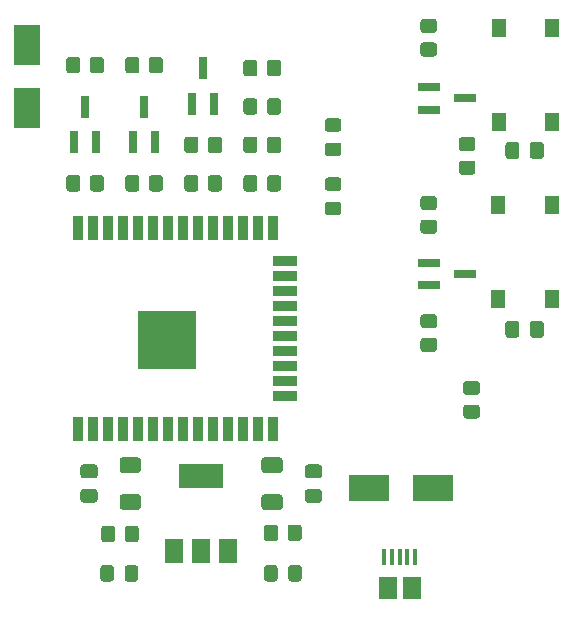
<source format=gbr>
%TF.GenerationSoftware,KiCad,Pcbnew,(5.1.10-1-10_14)*%
%TF.CreationDate,2021-06-24T14:46:10+02:00*%
%TF.ProjectId,RespiratorIF,52657370-6972-4617-946f-7249462e6b69,0.7*%
%TF.SameCoordinates,Original*%
%TF.FileFunction,Paste,Top*%
%TF.FilePolarity,Positive*%
%FSLAX46Y46*%
G04 Gerber Fmt 4.6, Leading zero omitted, Abs format (unit mm)*
G04 Created by KiCad (PCBNEW (5.1.10-1-10_14)) date 2021-06-24 14:46:10*
%MOMM*%
%LPD*%
G01*
G04 APERTURE LIST*
%ADD10R,5.000000X5.000000*%
%ADD11R,0.900000X2.000000*%
%ADD12R,2.000000X0.900000*%
%ADD13R,2.300000X3.500000*%
%ADD14R,3.500000X2.300000*%
%ADD15R,1.500000X1.900000*%
%ADD16R,0.400000X1.350000*%
%ADD17R,0.800000X1.900000*%
%ADD18R,1.900000X0.800000*%
%ADD19R,1.300000X1.550000*%
%ADD20R,3.800000X2.000000*%
%ADD21R,1.500000X2.000000*%
G04 APERTURE END LIST*
D10*
%TO.C,U2*%
X139300000Y-99650000D03*
D11*
X131800000Y-107150000D03*
X133070000Y-107150000D03*
X134340000Y-107150000D03*
X135610000Y-107150000D03*
X136880000Y-107150000D03*
X138150000Y-107150000D03*
X139420000Y-107150000D03*
X140690000Y-107150000D03*
X141960000Y-107150000D03*
X143230000Y-107150000D03*
X144500000Y-107150000D03*
X145770000Y-107150000D03*
X147040000Y-107150000D03*
X148310000Y-107150000D03*
D12*
X149310000Y-104365000D03*
X149310000Y-103095000D03*
X149310000Y-101825000D03*
X149310000Y-100555000D03*
X149310000Y-99285000D03*
X149310000Y-98015000D03*
X149310000Y-96745000D03*
X149310000Y-95475000D03*
X149310000Y-94205000D03*
X149310000Y-92935000D03*
D11*
X148310000Y-90150000D03*
X147040000Y-90150000D03*
X145770000Y-90150000D03*
X144500000Y-90150000D03*
X143230000Y-90150000D03*
X141960000Y-90150000D03*
X140690000Y-90150000D03*
X139420000Y-90150000D03*
X138150000Y-90150000D03*
X136880000Y-90150000D03*
X135610000Y-90150000D03*
X134340000Y-90150000D03*
X133070000Y-90150000D03*
X131800000Y-90150000D03*
%TD*%
D13*
%TO.C,D4*%
X127504400Y-74612400D03*
X127504400Y-80012400D03*
%TD*%
%TO.C,R12*%
G36*
G01*
X165200001Y-83626000D02*
X164299999Y-83626000D01*
G75*
G02*
X164050000Y-83376001I0J249999D01*
G01*
X164050000Y-82675999D01*
G75*
G02*
X164299999Y-82426000I249999J0D01*
G01*
X165200001Y-82426000D01*
G75*
G02*
X165450000Y-82675999I0J-249999D01*
G01*
X165450000Y-83376001D01*
G75*
G02*
X165200001Y-83626000I-249999J0D01*
G01*
G37*
G36*
G01*
X165200001Y-85626000D02*
X164299999Y-85626000D01*
G75*
G02*
X164050000Y-85376001I0J249999D01*
G01*
X164050000Y-84675999D01*
G75*
G02*
X164299999Y-84426000I249999J0D01*
G01*
X165200001Y-84426000D01*
G75*
G02*
X165450000Y-84675999I0J-249999D01*
G01*
X165450000Y-85376001D01*
G75*
G02*
X165200001Y-85626000I-249999J0D01*
G01*
G37*
%TD*%
%TO.C,C1*%
G36*
G01*
X151261800Y-110155200D02*
X152211800Y-110155200D01*
G75*
G02*
X152461800Y-110405200I0J-250000D01*
G01*
X152461800Y-111080200D01*
G75*
G02*
X152211800Y-111330200I-250000J0D01*
G01*
X151261800Y-111330200D01*
G75*
G02*
X151011800Y-111080200I0J250000D01*
G01*
X151011800Y-110405200D01*
G75*
G02*
X151261800Y-110155200I250000J0D01*
G01*
G37*
G36*
G01*
X151261800Y-112230200D02*
X152211800Y-112230200D01*
G75*
G02*
X152461800Y-112480200I0J-250000D01*
G01*
X152461800Y-113155200D01*
G75*
G02*
X152211800Y-113405200I-250000J0D01*
G01*
X151261800Y-113405200D01*
G75*
G02*
X151011800Y-113155200I0J250000D01*
G01*
X151011800Y-112480200D01*
G75*
G02*
X151261800Y-112230200I250000J0D01*
G01*
G37*
%TD*%
%TO.C,C3*%
G36*
G01*
X133211800Y-111330200D02*
X132261800Y-111330200D01*
G75*
G02*
X132011800Y-111080200I0J250000D01*
G01*
X132011800Y-110405200D01*
G75*
G02*
X132261800Y-110155200I250000J0D01*
G01*
X133211800Y-110155200D01*
G75*
G02*
X133461800Y-110405200I0J-250000D01*
G01*
X133461800Y-111080200D01*
G75*
G02*
X133211800Y-111330200I-250000J0D01*
G01*
G37*
G36*
G01*
X133211800Y-113405200D02*
X132261800Y-113405200D01*
G75*
G02*
X132011800Y-113155200I0J250000D01*
G01*
X132011800Y-112480200D01*
G75*
G02*
X132261800Y-112230200I250000J0D01*
G01*
X133211800Y-112230200D01*
G75*
G02*
X133461800Y-112480200I0J-250000D01*
G01*
X133461800Y-113155200D01*
G75*
G02*
X133211800Y-113405200I-250000J0D01*
G01*
G37*
%TD*%
%TO.C,C5*%
G36*
G01*
X167987500Y-84045000D02*
X167987500Y-83095000D01*
G75*
G02*
X168237500Y-82845000I250000J0D01*
G01*
X168912500Y-82845000D01*
G75*
G02*
X169162500Y-83095000I0J-250000D01*
G01*
X169162500Y-84045000D01*
G75*
G02*
X168912500Y-84295000I-250000J0D01*
G01*
X168237500Y-84295000D01*
G75*
G02*
X167987500Y-84045000I0J250000D01*
G01*
G37*
G36*
G01*
X170062500Y-84045000D02*
X170062500Y-83095000D01*
G75*
G02*
X170312500Y-82845000I250000J0D01*
G01*
X170987500Y-82845000D01*
G75*
G02*
X171237500Y-83095000I0J-250000D01*
G01*
X171237500Y-84045000D01*
G75*
G02*
X170987500Y-84295000I-250000J0D01*
G01*
X170312500Y-84295000D01*
G75*
G02*
X170062500Y-84045000I0J250000D01*
G01*
G37*
%TD*%
%TO.C,C6*%
G36*
G01*
X170062500Y-99195000D02*
X170062500Y-98245000D01*
G75*
G02*
X170312500Y-97995000I250000J0D01*
G01*
X170987500Y-97995000D01*
G75*
G02*
X171237500Y-98245000I0J-250000D01*
G01*
X171237500Y-99195000D01*
G75*
G02*
X170987500Y-99445000I-250000J0D01*
G01*
X170312500Y-99445000D01*
G75*
G02*
X170062500Y-99195000I0J250000D01*
G01*
G37*
G36*
G01*
X167987500Y-99195000D02*
X167987500Y-98245000D01*
G75*
G02*
X168237500Y-97995000I250000J0D01*
G01*
X168912500Y-97995000D01*
G75*
G02*
X169162500Y-98245000I0J-250000D01*
G01*
X169162500Y-99195000D01*
G75*
G02*
X168912500Y-99445000I-250000J0D01*
G01*
X168237500Y-99445000D01*
G75*
G02*
X167987500Y-99195000I0J250000D01*
G01*
G37*
%TD*%
%TO.C,D2*%
G36*
G01*
X149602200Y-119824801D02*
X149602200Y-118924799D01*
G75*
G02*
X149852199Y-118674800I249999J0D01*
G01*
X150502201Y-118674800D01*
G75*
G02*
X150752200Y-118924799I0J-249999D01*
G01*
X150752200Y-119824801D01*
G75*
G02*
X150502201Y-120074800I-249999J0D01*
G01*
X149852199Y-120074800D01*
G75*
G02*
X149602200Y-119824801I0J249999D01*
G01*
G37*
G36*
G01*
X147552200Y-119824801D02*
X147552200Y-118924799D01*
G75*
G02*
X147802199Y-118674800I249999J0D01*
G01*
X148452201Y-118674800D01*
G75*
G02*
X148702200Y-118924799I0J-249999D01*
G01*
X148702200Y-119824801D01*
G75*
G02*
X148452201Y-120074800I-249999J0D01*
G01*
X147802199Y-120074800D01*
G75*
G02*
X147552200Y-119824801I0J249999D01*
G01*
G37*
%TD*%
%TO.C,D3*%
G36*
G01*
X134852200Y-118924799D02*
X134852200Y-119824801D01*
G75*
G02*
X134602201Y-120074800I-249999J0D01*
G01*
X133952199Y-120074800D01*
G75*
G02*
X133702200Y-119824801I0J249999D01*
G01*
X133702200Y-118924799D01*
G75*
G02*
X133952199Y-118674800I249999J0D01*
G01*
X134602201Y-118674800D01*
G75*
G02*
X134852200Y-118924799I0J-249999D01*
G01*
G37*
G36*
G01*
X136902200Y-118924799D02*
X136902200Y-119824801D01*
G75*
G02*
X136652201Y-120074800I-249999J0D01*
G01*
X136002199Y-120074800D01*
G75*
G02*
X135752200Y-119824801I0J249999D01*
G01*
X135752200Y-118924799D01*
G75*
G02*
X136002199Y-118674800I249999J0D01*
G01*
X136652201Y-118674800D01*
G75*
G02*
X136902200Y-118924799I0J-249999D01*
G01*
G37*
%TD*%
D14*
%TO.C,D1*%
X161827400Y-112135400D03*
X156427400Y-112135400D03*
%TD*%
%TO.C,D5*%
G36*
G01*
X153850001Y-84050000D02*
X152949999Y-84050000D01*
G75*
G02*
X152700000Y-83800001I0J249999D01*
G01*
X152700000Y-83149999D01*
G75*
G02*
X152949999Y-82900000I249999J0D01*
G01*
X153850001Y-82900000D01*
G75*
G02*
X154100000Y-83149999I0J-249999D01*
G01*
X154100000Y-83800001D01*
G75*
G02*
X153850001Y-84050000I-249999J0D01*
G01*
G37*
G36*
G01*
X153850001Y-82000000D02*
X152949999Y-82000000D01*
G75*
G02*
X152700000Y-81750001I0J249999D01*
G01*
X152700000Y-81099999D01*
G75*
G02*
X152949999Y-80850000I249999J0D01*
G01*
X153850001Y-80850000D01*
G75*
G02*
X154100000Y-81099999I0J-249999D01*
G01*
X154100000Y-81750001D01*
G75*
G02*
X153850001Y-82000000I-249999J0D01*
G01*
G37*
%TD*%
%TO.C,D6*%
G36*
G01*
X152949999Y-85850000D02*
X153850001Y-85850000D01*
G75*
G02*
X154100000Y-86099999I0J-249999D01*
G01*
X154100000Y-86750001D01*
G75*
G02*
X153850001Y-87000000I-249999J0D01*
G01*
X152949999Y-87000000D01*
G75*
G02*
X152700000Y-86750001I0J249999D01*
G01*
X152700000Y-86099999D01*
G75*
G02*
X152949999Y-85850000I249999J0D01*
G01*
G37*
G36*
G01*
X152949999Y-87900000D02*
X153850001Y-87900000D01*
G75*
G02*
X154100000Y-88149999I0J-249999D01*
G01*
X154100000Y-88800001D01*
G75*
G02*
X153850001Y-89050000I-249999J0D01*
G01*
X152949999Y-89050000D01*
G75*
G02*
X152700000Y-88800001I0J249999D01*
G01*
X152700000Y-88149999D01*
G75*
G02*
X152949999Y-87900000I249999J0D01*
G01*
G37*
%TD*%
D15*
%TO.C,J1*%
X160050000Y-120650000D03*
D16*
X158400000Y-117950000D03*
X157750000Y-117950000D03*
X160350000Y-117950000D03*
X159700000Y-117950000D03*
X159050000Y-117950000D03*
D15*
X158050000Y-120650000D03*
%TD*%
D17*
%TO.C,Q1*%
X131450000Y-82850000D03*
X133350000Y-82850000D03*
X132400000Y-79850000D03*
%TD*%
%TO.C,Q2*%
X137400000Y-79850000D03*
X138350000Y-82850000D03*
X136450000Y-82850000D03*
%TD*%
%TO.C,Q3*%
X141450000Y-79600000D03*
X143350000Y-79600000D03*
X142400000Y-76600000D03*
%TD*%
D18*
%TO.C,Q4*%
X164540400Y-79162400D03*
X161540400Y-80112400D03*
X161540400Y-78212400D03*
%TD*%
%TO.C,Q5*%
X161540400Y-93071400D03*
X161540400Y-94971400D03*
X164540400Y-94021400D03*
%TD*%
%TO.C,R1*%
G36*
G01*
X150745200Y-115495799D02*
X150745200Y-116395801D01*
G75*
G02*
X150495201Y-116645800I-249999J0D01*
G01*
X149795199Y-116645800D01*
G75*
G02*
X149545200Y-116395801I0J249999D01*
G01*
X149545200Y-115495799D01*
G75*
G02*
X149795199Y-115245800I249999J0D01*
G01*
X150495201Y-115245800D01*
G75*
G02*
X150745200Y-115495799I0J-249999D01*
G01*
G37*
G36*
G01*
X148745200Y-115495799D02*
X148745200Y-116395801D01*
G75*
G02*
X148495201Y-116645800I-249999J0D01*
G01*
X147795199Y-116645800D01*
G75*
G02*
X147545200Y-116395801I0J249999D01*
G01*
X147545200Y-115495799D01*
G75*
G02*
X147795199Y-115245800I249999J0D01*
G01*
X148495201Y-115245800D01*
G75*
G02*
X148745200Y-115495799I0J-249999D01*
G01*
G37*
%TD*%
%TO.C,R2*%
G36*
G01*
X132800000Y-86800001D02*
X132800000Y-85899999D01*
G75*
G02*
X133049999Y-85650000I249999J0D01*
G01*
X133750001Y-85650000D01*
G75*
G02*
X134000000Y-85899999I0J-249999D01*
G01*
X134000000Y-86800001D01*
G75*
G02*
X133750001Y-87050000I-249999J0D01*
G01*
X133049999Y-87050000D01*
G75*
G02*
X132800000Y-86800001I0J249999D01*
G01*
G37*
G36*
G01*
X130800000Y-86800001D02*
X130800000Y-85899999D01*
G75*
G02*
X131049999Y-85650000I249999J0D01*
G01*
X131750001Y-85650000D01*
G75*
G02*
X132000000Y-85899999I0J-249999D01*
G01*
X132000000Y-86800001D01*
G75*
G02*
X131750001Y-87050000I-249999J0D01*
G01*
X131049999Y-87050000D01*
G75*
G02*
X130800000Y-86800001I0J249999D01*
G01*
G37*
%TD*%
%TO.C,R3*%
G36*
G01*
X135800000Y-86800001D02*
X135800000Y-85899999D01*
G75*
G02*
X136049999Y-85650000I249999J0D01*
G01*
X136750001Y-85650000D01*
G75*
G02*
X137000000Y-85899999I0J-249999D01*
G01*
X137000000Y-86800001D01*
G75*
G02*
X136750001Y-87050000I-249999J0D01*
G01*
X136049999Y-87050000D01*
G75*
G02*
X135800000Y-86800001I0J249999D01*
G01*
G37*
G36*
G01*
X137800000Y-86800001D02*
X137800000Y-85899999D01*
G75*
G02*
X138049999Y-85650000I249999J0D01*
G01*
X138750001Y-85650000D01*
G75*
G02*
X139000000Y-85899999I0J-249999D01*
G01*
X139000000Y-86800001D01*
G75*
G02*
X138750001Y-87050000I-249999J0D01*
G01*
X138049999Y-87050000D01*
G75*
G02*
X137800000Y-86800001I0J249999D01*
G01*
G37*
%TD*%
%TO.C,R4*%
G36*
G01*
X135753000Y-116497401D02*
X135753000Y-115597399D01*
G75*
G02*
X136002999Y-115347400I249999J0D01*
G01*
X136703001Y-115347400D01*
G75*
G02*
X136953000Y-115597399I0J-249999D01*
G01*
X136953000Y-116497401D01*
G75*
G02*
X136703001Y-116747400I-249999J0D01*
G01*
X136002999Y-116747400D01*
G75*
G02*
X135753000Y-116497401I0J249999D01*
G01*
G37*
G36*
G01*
X133753000Y-116497401D02*
X133753000Y-115597399D01*
G75*
G02*
X134002999Y-115347400I249999J0D01*
G01*
X134703001Y-115347400D01*
G75*
G02*
X134953000Y-115597399I0J-249999D01*
G01*
X134953000Y-116497401D01*
G75*
G02*
X134703001Y-116747400I-249999J0D01*
G01*
X134002999Y-116747400D01*
G75*
G02*
X133753000Y-116497401I0J249999D01*
G01*
G37*
%TD*%
%TO.C,R6*%
G36*
G01*
X134000000Y-75899999D02*
X134000000Y-76800001D01*
G75*
G02*
X133750001Y-77050000I-249999J0D01*
G01*
X133049999Y-77050000D01*
G75*
G02*
X132800000Y-76800001I0J249999D01*
G01*
X132800000Y-75899999D01*
G75*
G02*
X133049999Y-75650000I249999J0D01*
G01*
X133750001Y-75650000D01*
G75*
G02*
X134000000Y-75899999I0J-249999D01*
G01*
G37*
G36*
G01*
X132000000Y-75899999D02*
X132000000Y-76800001D01*
G75*
G02*
X131750001Y-77050000I-249999J0D01*
G01*
X131049999Y-77050000D01*
G75*
G02*
X130800000Y-76800001I0J249999D01*
G01*
X130800000Y-75899999D01*
G75*
G02*
X131049999Y-75650000I249999J0D01*
G01*
X131750001Y-75650000D01*
G75*
G02*
X132000000Y-75899999I0J-249999D01*
G01*
G37*
%TD*%
%TO.C,R7*%
G36*
G01*
X137800000Y-76800001D02*
X137800000Y-75899999D01*
G75*
G02*
X138049999Y-75650000I249999J0D01*
G01*
X138750001Y-75650000D01*
G75*
G02*
X139000000Y-75899999I0J-249999D01*
G01*
X139000000Y-76800001D01*
G75*
G02*
X138750001Y-77050000I-249999J0D01*
G01*
X138049999Y-77050000D01*
G75*
G02*
X137800000Y-76800001I0J249999D01*
G01*
G37*
G36*
G01*
X135800000Y-76800001D02*
X135800000Y-75899999D01*
G75*
G02*
X136049999Y-75650000I249999J0D01*
G01*
X136750001Y-75650000D01*
G75*
G02*
X137000000Y-75899999I0J-249999D01*
G01*
X137000000Y-76800001D01*
G75*
G02*
X136750001Y-77050000I-249999J0D01*
G01*
X136049999Y-77050000D01*
G75*
G02*
X135800000Y-76800001I0J249999D01*
G01*
G37*
%TD*%
%TO.C,R8*%
G36*
G01*
X142800000Y-86800001D02*
X142800000Y-85899999D01*
G75*
G02*
X143049999Y-85650000I249999J0D01*
G01*
X143750001Y-85650000D01*
G75*
G02*
X144000000Y-85899999I0J-249999D01*
G01*
X144000000Y-86800001D01*
G75*
G02*
X143750001Y-87050000I-249999J0D01*
G01*
X143049999Y-87050000D01*
G75*
G02*
X142800000Y-86800001I0J249999D01*
G01*
G37*
G36*
G01*
X140800000Y-86800001D02*
X140800000Y-85899999D01*
G75*
G02*
X141049999Y-85650000I249999J0D01*
G01*
X141750001Y-85650000D01*
G75*
G02*
X142000000Y-85899999I0J-249999D01*
G01*
X142000000Y-86800001D01*
G75*
G02*
X141750001Y-87050000I-249999J0D01*
G01*
X141049999Y-87050000D01*
G75*
G02*
X140800000Y-86800001I0J249999D01*
G01*
G37*
%TD*%
%TO.C,R9*%
G36*
G01*
X161950001Y-73626000D02*
X161049999Y-73626000D01*
G75*
G02*
X160800000Y-73376001I0J249999D01*
G01*
X160800000Y-72675999D01*
G75*
G02*
X161049999Y-72426000I249999J0D01*
G01*
X161950001Y-72426000D01*
G75*
G02*
X162200000Y-72675999I0J-249999D01*
G01*
X162200000Y-73376001D01*
G75*
G02*
X161950001Y-73626000I-249999J0D01*
G01*
G37*
G36*
G01*
X161950001Y-75626000D02*
X161049999Y-75626000D01*
G75*
G02*
X160800000Y-75376001I0J249999D01*
G01*
X160800000Y-74675999D01*
G75*
G02*
X161049999Y-74426000I249999J0D01*
G01*
X161950001Y-74426000D01*
G75*
G02*
X162200000Y-74675999I0J-249999D01*
G01*
X162200000Y-75376001D01*
G75*
G02*
X161950001Y-75626000I-249999J0D01*
G01*
G37*
%TD*%
%TO.C,R10*%
G36*
G01*
X161950001Y-88626000D02*
X161049999Y-88626000D01*
G75*
G02*
X160800000Y-88376001I0J249999D01*
G01*
X160800000Y-87675999D01*
G75*
G02*
X161049999Y-87426000I249999J0D01*
G01*
X161950001Y-87426000D01*
G75*
G02*
X162200000Y-87675999I0J-249999D01*
G01*
X162200000Y-88376001D01*
G75*
G02*
X161950001Y-88626000I-249999J0D01*
G01*
G37*
G36*
G01*
X161950001Y-90626000D02*
X161049999Y-90626000D01*
G75*
G02*
X160800000Y-90376001I0J249999D01*
G01*
X160800000Y-89675999D01*
G75*
G02*
X161049999Y-89426000I249999J0D01*
G01*
X161950001Y-89426000D01*
G75*
G02*
X162200000Y-89675999I0J-249999D01*
G01*
X162200000Y-90376001D01*
G75*
G02*
X161950001Y-90626000I-249999J0D01*
G01*
G37*
%TD*%
%TO.C,R11*%
G36*
G01*
X144000000Y-82649999D02*
X144000000Y-83550001D01*
G75*
G02*
X143750001Y-83800000I-249999J0D01*
G01*
X143049999Y-83800000D01*
G75*
G02*
X142800000Y-83550001I0J249999D01*
G01*
X142800000Y-82649999D01*
G75*
G02*
X143049999Y-82400000I249999J0D01*
G01*
X143750001Y-82400000D01*
G75*
G02*
X144000000Y-82649999I0J-249999D01*
G01*
G37*
G36*
G01*
X142000000Y-82649999D02*
X142000000Y-83550001D01*
G75*
G02*
X141750001Y-83800000I-249999J0D01*
G01*
X141049999Y-83800000D01*
G75*
G02*
X140800000Y-83550001I0J249999D01*
G01*
X140800000Y-82649999D01*
G75*
G02*
X141049999Y-82400000I249999J0D01*
G01*
X141750001Y-82400000D01*
G75*
G02*
X142000000Y-82649999I0J-249999D01*
G01*
G37*
%TD*%
%TO.C,R13*%
G36*
G01*
X161049999Y-97426000D02*
X161950001Y-97426000D01*
G75*
G02*
X162200000Y-97675999I0J-249999D01*
G01*
X162200000Y-98376001D01*
G75*
G02*
X161950001Y-98626000I-249999J0D01*
G01*
X161049999Y-98626000D01*
G75*
G02*
X160800000Y-98376001I0J249999D01*
G01*
X160800000Y-97675999D01*
G75*
G02*
X161049999Y-97426000I249999J0D01*
G01*
G37*
G36*
G01*
X161049999Y-99426000D02*
X161950001Y-99426000D01*
G75*
G02*
X162200000Y-99675999I0J-249999D01*
G01*
X162200000Y-100376001D01*
G75*
G02*
X161950001Y-100626000I-249999J0D01*
G01*
X161049999Y-100626000D01*
G75*
G02*
X160800000Y-100376001I0J249999D01*
G01*
X160800000Y-99675999D01*
G75*
G02*
X161049999Y-99426000I249999J0D01*
G01*
G37*
%TD*%
%TO.C,R14*%
G36*
G01*
X147000000Y-79399999D02*
X147000000Y-80300001D01*
G75*
G02*
X146750001Y-80550000I-249999J0D01*
G01*
X146049999Y-80550000D01*
G75*
G02*
X145800000Y-80300001I0J249999D01*
G01*
X145800000Y-79399999D01*
G75*
G02*
X146049999Y-79150000I249999J0D01*
G01*
X146750001Y-79150000D01*
G75*
G02*
X147000000Y-79399999I0J-249999D01*
G01*
G37*
G36*
G01*
X149000000Y-79399999D02*
X149000000Y-80300001D01*
G75*
G02*
X148750001Y-80550000I-249999J0D01*
G01*
X148049999Y-80550000D01*
G75*
G02*
X147800000Y-80300001I0J249999D01*
G01*
X147800000Y-79399999D01*
G75*
G02*
X148049999Y-79150000I249999J0D01*
G01*
X148750001Y-79150000D01*
G75*
G02*
X149000000Y-79399999I0J-249999D01*
G01*
G37*
%TD*%
%TO.C,R15*%
G36*
G01*
X149000000Y-82649999D02*
X149000000Y-83550001D01*
G75*
G02*
X148750001Y-83800000I-249999J0D01*
G01*
X148049999Y-83800000D01*
G75*
G02*
X147800000Y-83550001I0J249999D01*
G01*
X147800000Y-82649999D01*
G75*
G02*
X148049999Y-82400000I249999J0D01*
G01*
X148750001Y-82400000D01*
G75*
G02*
X149000000Y-82649999I0J-249999D01*
G01*
G37*
G36*
G01*
X147000000Y-82649999D02*
X147000000Y-83550001D01*
G75*
G02*
X146750001Y-83800000I-249999J0D01*
G01*
X146049999Y-83800000D01*
G75*
G02*
X145800000Y-83550001I0J249999D01*
G01*
X145800000Y-82649999D01*
G75*
G02*
X146049999Y-82400000I249999J0D01*
G01*
X146750001Y-82400000D01*
G75*
G02*
X147000000Y-82649999I0J-249999D01*
G01*
G37*
%TD*%
%TO.C,R16*%
G36*
G01*
X145800000Y-77050001D02*
X145800000Y-76149999D01*
G75*
G02*
X146049999Y-75900000I249999J0D01*
G01*
X146750001Y-75900000D01*
G75*
G02*
X147000000Y-76149999I0J-249999D01*
G01*
X147000000Y-77050001D01*
G75*
G02*
X146750001Y-77300000I-249999J0D01*
G01*
X146049999Y-77300000D01*
G75*
G02*
X145800000Y-77050001I0J249999D01*
G01*
G37*
G36*
G01*
X147800000Y-77050001D02*
X147800000Y-76149999D01*
G75*
G02*
X148049999Y-75900000I249999J0D01*
G01*
X148750001Y-75900000D01*
G75*
G02*
X149000000Y-76149999I0J-249999D01*
G01*
X149000000Y-77050001D01*
G75*
G02*
X148750001Y-77300000I-249999J0D01*
G01*
X148049999Y-77300000D01*
G75*
G02*
X147800000Y-77050001I0J249999D01*
G01*
G37*
%TD*%
%TO.C,R17*%
G36*
G01*
X145800000Y-86800001D02*
X145800000Y-85899999D01*
G75*
G02*
X146049999Y-85650000I249999J0D01*
G01*
X146750001Y-85650000D01*
G75*
G02*
X147000000Y-85899999I0J-249999D01*
G01*
X147000000Y-86800001D01*
G75*
G02*
X146750001Y-87050000I-249999J0D01*
G01*
X146049999Y-87050000D01*
G75*
G02*
X145800000Y-86800001I0J249999D01*
G01*
G37*
G36*
G01*
X147800000Y-86800001D02*
X147800000Y-85899999D01*
G75*
G02*
X148049999Y-85650000I249999J0D01*
G01*
X148750001Y-85650000D01*
G75*
G02*
X149000000Y-85899999I0J-249999D01*
G01*
X149000000Y-86800001D01*
G75*
G02*
X148750001Y-87050000I-249999J0D01*
G01*
X148049999Y-87050000D01*
G75*
G02*
X147800000Y-86800001I0J249999D01*
G01*
G37*
%TD*%
D19*
%TO.C,SW2*%
X167417400Y-81142000D03*
X171917400Y-81142000D03*
X171917400Y-73192000D03*
X167417400Y-73192000D03*
%TD*%
%TO.C,SW3*%
X167403600Y-88192680D03*
X171903600Y-88192680D03*
X171903600Y-96142680D03*
X167403600Y-96142680D03*
%TD*%
D20*
%TO.C,U1*%
X142236800Y-111155200D03*
D21*
X142236800Y-117455200D03*
X144536800Y-117455200D03*
X139936800Y-117455200D03*
%TD*%
%TO.C,R5*%
G36*
G01*
X165571801Y-106284200D02*
X164671799Y-106284200D01*
G75*
G02*
X164421800Y-106034201I0J249999D01*
G01*
X164421800Y-105334199D01*
G75*
G02*
X164671799Y-105084200I249999J0D01*
G01*
X165571801Y-105084200D01*
G75*
G02*
X165821800Y-105334199I0J-249999D01*
G01*
X165821800Y-106034201D01*
G75*
G02*
X165571801Y-106284200I-249999J0D01*
G01*
G37*
G36*
G01*
X165571801Y-104284200D02*
X164671799Y-104284200D01*
G75*
G02*
X164421800Y-104034201I0J249999D01*
G01*
X164421800Y-103334199D01*
G75*
G02*
X164671799Y-103084200I249999J0D01*
G01*
X165571801Y-103084200D01*
G75*
G02*
X165821800Y-103334199I0J-249999D01*
G01*
X165821800Y-104034201D01*
G75*
G02*
X165571801Y-104284200I-249999J0D01*
G01*
G37*
%TD*%
%TO.C,C2*%
G36*
G01*
X147586799Y-112680200D02*
X148886801Y-112680200D01*
G75*
G02*
X149136800Y-112930199I0J-249999D01*
G01*
X149136800Y-113755201D01*
G75*
G02*
X148886801Y-114005200I-249999J0D01*
G01*
X147586799Y-114005200D01*
G75*
G02*
X147336800Y-113755201I0J249999D01*
G01*
X147336800Y-112930199D01*
G75*
G02*
X147586799Y-112680200I249999J0D01*
G01*
G37*
G36*
G01*
X147586799Y-109555200D02*
X148886801Y-109555200D01*
G75*
G02*
X149136800Y-109805199I0J-249999D01*
G01*
X149136800Y-110630201D01*
G75*
G02*
X148886801Y-110880200I-249999J0D01*
G01*
X147586799Y-110880200D01*
G75*
G02*
X147336800Y-110630201I0J249999D01*
G01*
X147336800Y-109805199D01*
G75*
G02*
X147586799Y-109555200I249999J0D01*
G01*
G37*
%TD*%
%TO.C,C4*%
G36*
G01*
X136886801Y-114005200D02*
X135586799Y-114005200D01*
G75*
G02*
X135336800Y-113755201I0J249999D01*
G01*
X135336800Y-112930199D01*
G75*
G02*
X135586799Y-112680200I249999J0D01*
G01*
X136886801Y-112680200D01*
G75*
G02*
X137136800Y-112930199I0J-249999D01*
G01*
X137136800Y-113755201D01*
G75*
G02*
X136886801Y-114005200I-249999J0D01*
G01*
G37*
G36*
G01*
X136886801Y-110880200D02*
X135586799Y-110880200D01*
G75*
G02*
X135336800Y-110630201I0J249999D01*
G01*
X135336800Y-109805199D01*
G75*
G02*
X135586799Y-109555200I249999J0D01*
G01*
X136886801Y-109555200D01*
G75*
G02*
X137136800Y-109805199I0J-249999D01*
G01*
X137136800Y-110630201D01*
G75*
G02*
X136886801Y-110880200I-249999J0D01*
G01*
G37*
%TD*%
M02*

</source>
